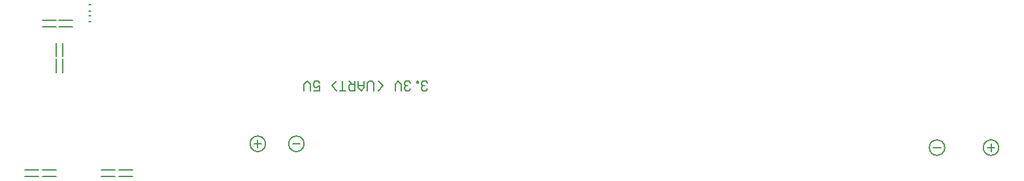
<source format=gto>
G04*
G04 #@! TF.GenerationSoftware,Altium Limited,Altium Designer,18.1.7 (191)*
G04*
G04 Layer_Color=65535*
%FSLAX43Y43*%
%MOMM*%
G71*
G01*
G75*
%ADD10C,0.200*%
%ADD11C,0.127*%
D10*
X34000Y6500D02*
G03*
X34000Y6500I-1000J0D01*
G01*
X39000Y6500D02*
G03*
X39000Y6500I-1000J0D01*
G01*
X122000Y6000D02*
G03*
X122000Y6000I-1000J0D01*
G01*
X129000Y6000D02*
G03*
X129000Y6000I-1000J0D01*
G01*
X33000Y6000D02*
Y7000D01*
X32500Y6500D02*
X33500D01*
X37500Y6500D02*
X38500D01*
X120500Y6000D02*
X121500D01*
X127500Y6000D02*
X128500D01*
X128000Y5500D02*
Y6500D01*
X55000Y13600D02*
X54800Y13400D01*
X54400D01*
X54200Y13600D01*
Y13800D01*
X54400Y14000D01*
X54600D01*
X54400D01*
X54200Y14200D01*
Y14400D01*
X54400Y14600D01*
X54800D01*
X55000Y14400D01*
X53800Y14600D02*
Y14400D01*
X53600D01*
Y14600D01*
X53800D01*
X52801Y13600D02*
X52601Y13400D01*
X52201D01*
X52001Y13600D01*
Y13800D01*
X52201Y14000D01*
X52401D01*
X52201D01*
X52001Y14200D01*
Y14400D01*
X52201Y14600D01*
X52601D01*
X52801Y14400D01*
X51601Y13400D02*
Y14200D01*
X51201Y14600D01*
X50801Y14200D01*
Y13400D01*
X48602Y14600D02*
X49202Y14000D01*
X48602Y13400D01*
X48002D02*
Y14400D01*
X47802Y14600D01*
X47402D01*
X47203Y14400D01*
Y13400D01*
X46803Y14600D02*
Y13800D01*
X46403Y13400D01*
X46003Y13800D01*
Y14600D01*
Y14000D01*
X46803D01*
X45603Y14600D02*
Y13400D01*
X45003D01*
X44803Y13600D01*
Y14000D01*
X45003Y14200D01*
X45603D01*
X45203D02*
X44803Y14600D01*
X44403Y13400D02*
X43604D01*
X44004D01*
Y14600D01*
X43204D02*
X42604Y14000D01*
X43204Y13400D01*
X40205D02*
X41005D01*
Y14000D01*
X40605Y13800D01*
X40405D01*
X40205Y14000D01*
Y14400D01*
X40405Y14600D01*
X40805D01*
X41005Y14400D01*
X39805Y13400D02*
Y14200D01*
X39405Y14600D01*
X39005Y14200D01*
Y13400D01*
D11*
X6900Y17824D02*
Y19576D01*
X7700Y17824D02*
Y19576D01*
X6900Y15724D02*
Y17476D01*
X7700Y15724D02*
Y17476D01*
X11092Y23694D02*
X11397D01*
X11092Y24506D02*
X11397D01*
X7224Y21700D02*
X8976D01*
X7224Y22500D02*
X8976D01*
X5124Y21700D02*
X6876D01*
X5124Y22500D02*
X6876D01*
X2824Y3100D02*
X4576D01*
X2824Y2300D02*
X4576D01*
X5124Y3100D02*
X6876D01*
X5124Y2300D02*
X6876D01*
X15024Y3100D02*
X16776D01*
X15024Y2300D02*
X16776D01*
X12724Y3100D02*
X14476D01*
X12724Y2300D02*
X14476D01*
X11092Y23106D02*
X11397D01*
X11092Y22294D02*
X11397D01*
M02*

</source>
